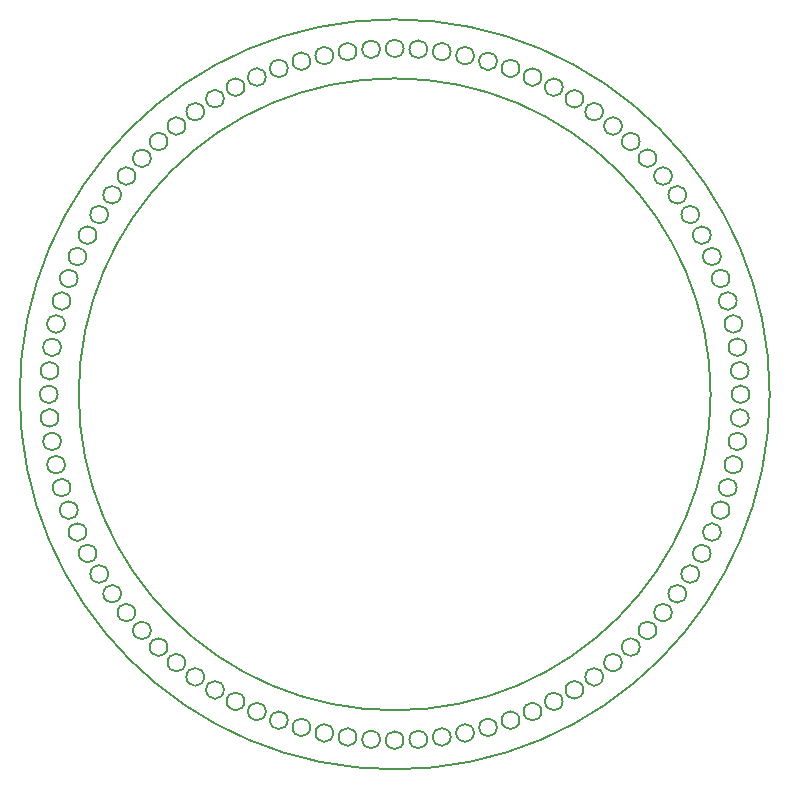
<source format=gbr>
%TF.GenerationSoftware,KiCad,Pcbnew,6.0.11-2627ca5db0~126~ubuntu20.04.1*%
%TF.CreationDate,2023-02-18T22:37:03+01:00*%
%TF.ProjectId,VSEncoderWheel,5653456e-636f-4646-9572-576865656c2e,rev?*%
%TF.SameCoordinates,Original*%
%TF.FileFunction,Profile,NP*%
%FSLAX46Y46*%
G04 Gerber Fmt 4.6, Leading zero omitted, Abs format (unit mm)*
G04 Created by KiCad (PCBNEW 6.0.11-2627ca5db0~126~ubuntu20.04.1) date 2023-02-18 22:37:03*
%MOMM*%
%LPD*%
G01*
G04 APERTURE LIST*
%TA.AperFunction,Profile*%
%ADD10C,0.150000*%
%TD*%
G04 APERTURE END LIST*
D10*
X121737762Y-96012359D02*
G75*
G03*
X121737762Y-96012359I-750000J0D01*
G01*
X121737762Y-103987640D02*
G75*
G03*
X121737762Y-103987640I-750000J0D01*
G01*
X172152531Y-80011431D02*
G75*
G03*
X172152531Y-80011431I-750000J0D01*
G01*
X137276995Y-73998281D02*
G75*
G03*
X137276995Y-73998281I-750000J0D01*
G01*
X148751520Y-129216729D02*
G75*
G03*
X148751520Y-129216729I-750000J0D01*
G01*
X124748281Y-86526995D02*
G75*
G03*
X124748281Y-86526995I-750000J0D01*
G01*
X156708209Y-71327522D02*
G75*
G03*
X156708209Y-71327522I-750000J0D01*
G01*
X177610532Y-111667175D02*
G75*
G03*
X177610532Y-111667175I-750000J0D01*
G01*
X125728327Y-115216015D02*
G75*
G03*
X125728327Y-115216015I-750000J0D01*
G01*
X123889467Y-111667175D02*
G75*
G03*
X123889467Y-111667175I-750000J0D01*
G01*
X162417175Y-126860532D02*
G75*
G03*
X162417175Y-126860532I-750000J0D01*
G01*
X165966015Y-74978327D02*
G75*
G03*
X165966015Y-74978327I-750000J0D01*
G01*
X177610532Y-88332824D02*
G75*
G03*
X177610532Y-88332824I-750000J0D01*
G01*
X178344111Y-109806949D02*
G75*
G03*
X178344111Y-109806949I-750000J0D01*
G01*
X125728327Y-84783984D02*
G75*
G03*
X125728327Y-84783984I-750000J0D01*
G01*
X122077522Y-105958209D02*
G75*
G03*
X122077522Y-105958209I-750000J0D01*
G01*
X129347468Y-80011431D02*
G75*
G03*
X129347468Y-80011431I-750000J0D01*
G01*
X174674963Y-83111916D02*
G75*
G03*
X174674963Y-83111916I-750000J0D01*
G01*
X176751718Y-113473004D02*
G75*
G03*
X176751718Y-113473004I-750000J0D01*
G01*
X173466705Y-81518589D02*
G75*
G03*
X173466705Y-81518589I-750000J0D01*
G01*
X129347468Y-119988568D02*
G75*
G03*
X129347468Y-119988568I-750000J0D01*
G01*
X140943050Y-127594111D02*
G75*
G03*
X140943050Y-127594111I-750000J0D01*
G01*
X179422477Y-105958209D02*
G75*
G03*
X179422477Y-105958209I-750000J0D01*
G01*
X178949032Y-92099001D02*
G75*
G03*
X178949032Y-92099001I-750000J0D01*
G01*
X135533984Y-125021672D02*
G75*
G03*
X135533984Y-125021672I-750000J0D01*
G01*
X181750000Y-100000000D02*
G75*
G03*
X181750000Y-100000000I-31750000J0D01*
G01*
X132268589Y-77283294D02*
G75*
G03*
X132268589Y-77283294I-750000J0D01*
G01*
X122077522Y-94041790D02*
G75*
G03*
X122077522Y-94041790I-750000J0D01*
G01*
X164223004Y-73998281D02*
G75*
G03*
X164223004Y-73998281I-750000J0D01*
G01*
X169231410Y-77283294D02*
G75*
G03*
X169231410Y-77283294I-750000J0D01*
G01*
X160556949Y-72405888D02*
G75*
G03*
X160556949Y-72405888I-750000J0D01*
G01*
X158650998Y-71800967D02*
G75*
G03*
X158650998Y-71800967I-750000J0D01*
G01*
X156708209Y-128672477D02*
G75*
G03*
X156708209Y-128672477I-750000J0D01*
G01*
X124748281Y-113473004D02*
G75*
G03*
X124748281Y-113473004I-750000J0D01*
G01*
X173466705Y-118481410D02*
G75*
G03*
X173466705Y-118481410I-750000J0D01*
G01*
X180035000Y-100000000D02*
G75*
G03*
X180035000Y-100000000I-750000J0D01*
G01*
X123155888Y-90193050D02*
G75*
G03*
X123155888Y-90193050I-750000J0D01*
G01*
X176750000Y-100000000D02*
G75*
G03*
X176750000Y-100000000I-26750000J0D01*
G01*
X126825036Y-83111916D02*
G75*
G03*
X126825036Y-83111916I-750000J0D01*
G01*
X148751520Y-70783270D02*
G75*
G03*
X148751520Y-70783270I-750000J0D01*
G01*
X130761431Y-121402531D02*
G75*
G03*
X130761431Y-121402531I-750000J0D01*
G01*
X121533270Y-101998479D02*
G75*
G03*
X121533270Y-101998479I-750000J0D01*
G01*
X122550967Y-107900998D02*
G75*
G03*
X122550967Y-107900998I-750000J0D01*
G01*
X162417175Y-73139467D02*
G75*
G03*
X162417175Y-73139467I-750000J0D01*
G01*
X142849001Y-128199032D02*
G75*
G03*
X142849001Y-128199032I-750000J0D01*
G01*
X170738568Y-121402531D02*
G75*
G03*
X170738568Y-121402531I-750000J0D01*
G01*
X179762237Y-103987640D02*
G75*
G03*
X179762237Y-103987640I-750000J0D01*
G01*
X154737640Y-70987762D02*
G75*
G03*
X154737640Y-70987762I-750000J0D01*
G01*
X174674963Y-116888083D02*
G75*
G03*
X174674963Y-116888083I-750000J0D01*
G01*
X167638083Y-123924963D02*
G75*
G03*
X167638083Y-123924963I-750000J0D01*
G01*
X178344111Y-90193050D02*
G75*
G03*
X178344111Y-90193050I-750000J0D01*
G01*
X146762359Y-70987762D02*
G75*
G03*
X146762359Y-70987762I-750000J0D01*
G01*
X133861916Y-76075036D02*
G75*
G03*
X133861916Y-76075036I-750000J0D01*
G01*
X169231410Y-122716705D02*
G75*
G03*
X169231410Y-122716705I-750000J0D01*
G01*
X167638083Y-76075036D02*
G75*
G03*
X167638083Y-76075036I-750000J0D01*
G01*
X139082824Y-126860532D02*
G75*
G03*
X139082824Y-126860532I-750000J0D01*
G01*
X175771672Y-84783984D02*
G75*
G03*
X175771672Y-84783984I-750000J0D01*
G01*
X135533984Y-74978327D02*
G75*
G03*
X135533984Y-74978327I-750000J0D01*
G01*
X179966729Y-101998479D02*
G75*
G03*
X179966729Y-101998479I-750000J0D01*
G01*
X179762237Y-96012359D02*
G75*
G03*
X179762237Y-96012359I-750000J0D01*
G01*
X164223004Y-126001718D02*
G75*
G03*
X164223004Y-126001718I-750000J0D01*
G01*
X139082824Y-73139467D02*
G75*
G03*
X139082824Y-73139467I-750000J0D01*
G01*
X121533270Y-98001520D02*
G75*
G03*
X121533270Y-98001520I-750000J0D01*
G01*
X158650998Y-128199032D02*
G75*
G03*
X158650998Y-128199032I-750000J0D01*
G01*
X140943050Y-72405888D02*
G75*
G03*
X140943050Y-72405888I-750000J0D01*
G01*
X137276995Y-126001718D02*
G75*
G03*
X137276995Y-126001718I-750000J0D01*
G01*
X165966015Y-125021672D02*
G75*
G03*
X165966015Y-125021672I-750000J0D01*
G01*
X179966729Y-98001520D02*
G75*
G03*
X179966729Y-98001520I-750000J0D01*
G01*
X178949032Y-107900998D02*
G75*
G03*
X178949032Y-107900998I-750000J0D01*
G01*
X175771672Y-115216015D02*
G75*
G03*
X175771672Y-115216015I-750000J0D01*
G01*
X176751718Y-86526995D02*
G75*
G03*
X176751718Y-86526995I-750000J0D01*
G01*
X121465000Y-100000000D02*
G75*
G03*
X121465000Y-100000000I-750000J0D01*
G01*
X179422477Y-94041790D02*
G75*
G03*
X179422477Y-94041790I-750000J0D01*
G01*
X123889467Y-88332824D02*
G75*
G03*
X123889467Y-88332824I-750000J0D01*
G01*
X152748479Y-129216729D02*
G75*
G03*
X152748479Y-129216729I-750000J0D01*
G01*
X132268589Y-122716705D02*
G75*
G03*
X132268589Y-122716705I-750000J0D01*
G01*
X123155888Y-109806949D02*
G75*
G03*
X123155888Y-109806949I-750000J0D01*
G01*
X128033294Y-81518589D02*
G75*
G03*
X128033294Y-81518589I-750000J0D01*
G01*
X128033294Y-118481410D02*
G75*
G03*
X128033294Y-118481410I-750000J0D01*
G01*
X150750000Y-129285000D02*
G75*
G03*
X150750000Y-129285000I-750000J0D01*
G01*
X133861916Y-123924963D02*
G75*
G03*
X133861916Y-123924963I-750000J0D01*
G01*
X152748479Y-70783270D02*
G75*
G03*
X152748479Y-70783270I-750000J0D01*
G01*
X144791790Y-71327522D02*
G75*
G03*
X144791790Y-71327522I-750000J0D01*
G01*
X130761431Y-78597468D02*
G75*
G03*
X130761431Y-78597468I-750000J0D01*
G01*
X146762359Y-129012237D02*
G75*
G03*
X146762359Y-129012237I-750000J0D01*
G01*
X142849001Y-71800967D02*
G75*
G03*
X142849001Y-71800967I-750000J0D01*
G01*
X154737640Y-129012237D02*
G75*
G03*
X154737640Y-129012237I-750000J0D01*
G01*
X150750000Y-70715000D02*
G75*
G03*
X150750000Y-70715000I-750000J0D01*
G01*
X122550967Y-92099001D02*
G75*
G03*
X122550967Y-92099001I-750000J0D01*
G01*
X170738568Y-78597468D02*
G75*
G03*
X170738568Y-78597468I-750000J0D01*
G01*
X144791790Y-128672477D02*
G75*
G03*
X144791790Y-128672477I-750000J0D01*
G01*
X160556949Y-127594111D02*
G75*
G03*
X160556949Y-127594111I-750000J0D01*
G01*
X172152531Y-119988568D02*
G75*
G03*
X172152531Y-119988568I-750000J0D01*
G01*
X126825036Y-116888083D02*
G75*
G03*
X126825036Y-116888083I-750000J0D01*
G01*
M02*

</source>
